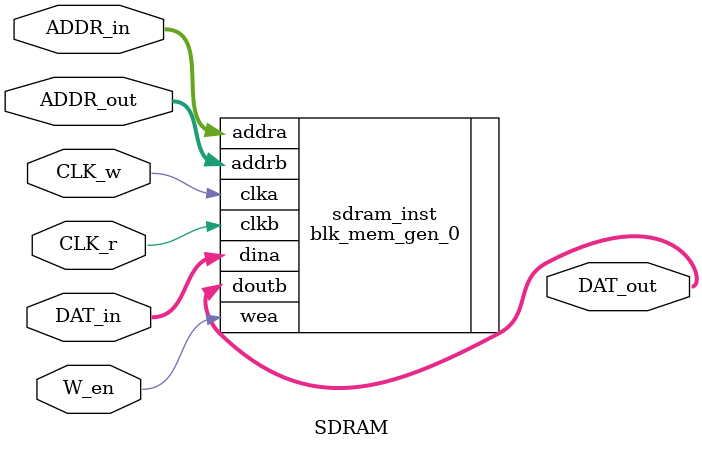
<source format=v>
`timescale 1ns / 1ps
module SDRAM(W_en, CLK_w, CLK_r, ADDR_in, ADDR_out, DAT_in, DAT_out);//, Write_en
    input W_en;//Ð´Ê¹ÄÜ£¬¸ßµçÆ½ÓÐÐ§
    input CLK_w;//Ð´ÈëÊý¾ÝÊ±ÖÓ
    input CLK_r;//¶ÁÈ¡Êý¾ÝÊ±ÖÓ  
    input [18:0]ADDR_in;//µØÖ·Ð´Èë
    input [18:0]ADDR_out;//µØÖ·Ð´³ö
    input [11:0]DAT_in;//12Î»ÏñËØÐ´Èë
    output [11:0]DAT_out;//12Î»ÏñËØ¶Á³ö

    blk_mem_gen_0 sdram_inst (
        .clka(CLK_w),    // Ð´Ê±ÖÓ
        .wea(W_en),      // Ê¹ÄÜ
        .addra(ADDR_in),  // Ð´µØÖ·  input wire [18 : 0] addra
        .dina(DAT_in),    // Ð´Êý¾Ý  input wire [11 : 0] dina
        .clkb(CLK_r),    // ¶ÁÊ±ÖÓ  input wire clkb
        .addrb(ADDR_out),  // ¶ÁµØÖ·  input wire [18 : 0] addrb
        .doutb(DAT_out)  //  ¶ÁÊý¾Ý  output wire [11 : 0] doutb
    );

endmodule

</source>
